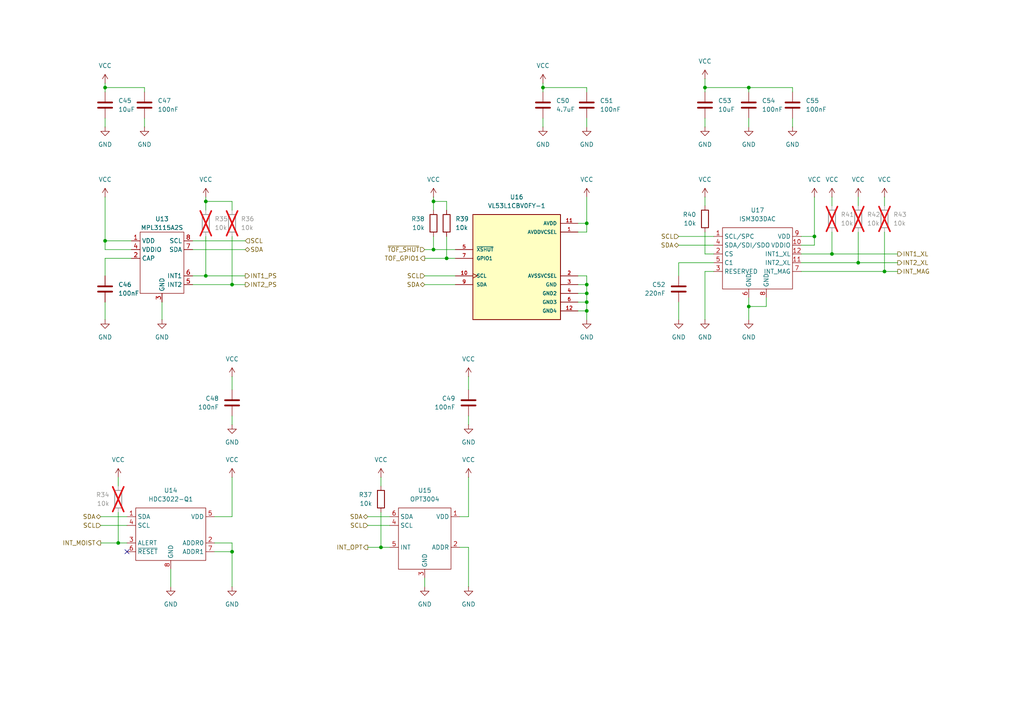
<source format=kicad_sch>
(kicad_sch (version 20231120) (generator "eeschema") (generator_version "8.0")
  (paper "A4")
  (title_block (title "CircuIT Card") (date "2024-05-21") (rev "01") (company "TuX's Design"))
  (lib_symbols
    (symbol "Device:C" (pin_numbers hide) (pin_names (offset 0.254))
      (property "Reference" "C" (at 0.635 2.54 0))
      (property "Value" "C" (at 0.635 -2.54 0))
      (symbol "C_0_1"
        (polyline (pts (xy -2.032 -0.762) (xy 2.032 -0.762)) (stroke (width 0.508)))
        (polyline (pts (xy -2.032 0.762) (xy 2.032 0.762)) (stroke (width 0.508)))
      )
      (symbol "C_1_1"
        (pin passive line (at 0 3.81 270) (length 2.794) (name "~") (number "1"))
        (pin passive line (at 0 -3.81 90) (length 2.794) (name "~") (number "2"))
      )
    )
    (symbol "Device:R" (pin_numbers hide) (pin_names (offset 0))
      (property "Reference" "R" (at 2.032 0 90))
      (property "Value" "R" (at 0 0 90))
      (symbol "R_0_1"
        (rectangle (start -1.016 -2.54) (end 1.016 2.54) (stroke (width 0.254)))
      )
      (symbol "R_1_1"
        (pin passive line (at 0 3.81 270) (length 1.27) (name "~") (number "1"))
        (pin passive line (at 0 -3.81 90) (length 1.27) (name "~") (number "2"))
      )
    )
    (symbol "myCC:HDC3022-Q1"
      (property "Reference" "U" (at -7.112 16.256 0))
      (property "Value" "HDC3022-Q1" (at 6.604 16.256 0))
      (symbol "HDC3022-Q1_0_0"
        (pin bidirectional line (at -10.16 12.7 0) (length 2.54) (name "SDA") (number "1"))
        (pin output line (at -10.16 5.08 0) (length 2.54) (name "ALERT") (number "3"))
        (pin input line (at -10.16 10.16 0) (length 2.54) (name "SCL") (number "4"))
        (pin power_in line (at 15.24 12.7 180) (length 2.54) (name "VDD") (number "5"))
        (pin input line (at -10.16 2.54 0) (length 2.54) (name "~{RESET}") (number "6"))
        (pin input line (at 15.24 2.54 180) (length 2.54) (name "ADDR1") (number "7"))
        (pin power_in line (at 2.54 -2.54 90) (length 2.54) (name "GND") (number "8"))
      )
      (symbol "HDC3022-Q1_0_1"
        (rectangle (start -7.62 15.24) (end 12.7 0))
      )
      (symbol "HDC3022-Q1_1_0"
        (pin input line (at 15.24 5.08 180) (length 2.54) (name "ADDR0") (number "2"))
      )
    )
    (symbol "myCC:ISM303DAC"
      (property "Reference" "U" (at -9.398 10.668 0))
      (property "Value" "ISM303DAC" (at 4.826 10.668 0))
      (symbol "ISM303DAC_0_0"
        (pin power_in line (at 12.7 3.81 180) (length 2.54) (name "VDDIO") (number "10"))
        (pin output line (at 12.7 -1.27 180) (length 2.54) (name "INT2_XL") (number "11"))
        (pin output line (at 12.7 1.27 180) (length 2.54) (name "INT1_XL") (number "12"))
        (pin input line (at -12.7 1.27 0) (length 2.54) (name "CS") (number "2"))
        (pin unspecified line (at -12.7 -3.81 0) (length 2.54) (name "RESERVED") (number "3"))
        (pin passive line (at -12.7 -1.27 0) (length 2.54) (name "C1") (number "5"))
        (pin power_in line (at -2.54 -11.43 90) (length 2.54) (name "GND") (number "6"))
        (pin output line (at 12.7 -3.81 180) (length 2.54) (name "INT_MAG") (number "7"))
        (pin power_in line (at 2.54 -11.43 90) (length 2.54) (name "GND") (number "8"))
        (pin power_in line (at 12.7 6.35 180) (length 2.54) (name "VDD") (number "9"))
      )
      (symbol "ISM303DAC_0_1"
        (rectangle (start -10.16 8.89) (end 10.16 -8.89))
      )
      (symbol "ISM303DAC_1_0"
        (pin input line (at -12.7 6.35 0) (length 2.54) (name "SCL/SPC") (number "1"))
        (pin bidirectional line (at -12.7 3.81 0) (length 2.54) (name "SDA/SDI/SDO") (number "4"))
      )
    )
    (symbol "myCC:MPL3115A2S"
      (property "Reference" "U" (at 0 10.16 0))
      (property "Value" "MPL3115A2S" (at 6.858 -10.414 0))
      (symbol "MPL3115A2S_0_1"
        (rectangle (start -6.35 8.89) (end 6.35 -8.89))
      )
      (symbol "MPL3115A2S_1_1"
        (pin power_in line (at -8.89 6.35 0) (length 2.54) (name "VDD") (number "1"))
        (pin passive line (at -8.89 1.27 0) (length 2.54) (name "CAP") (number "2"))
        (pin power_in line (at 0 -11.43 90) (length 2.54) (name "GND") (number "3"))
        (pin power_in line (at -8.89 3.81 0) (length 2.54) (name "VDDIO") (number "4"))
        (pin output line (at 8.89 -6.35 180) (length 2.54) (name "INT2") (number "5"))
        (pin output line (at 8.89 -3.81 180) (length 2.54) (name "INT1") (number "6"))
        (pin bidirectional line (at 8.89 3.81 180) (length 2.54) (name "SDA") (number "7"))
        (pin input line (at 8.89 6.35 180) (length 2.54) (name "SCL") (number "8"))
      )
    )
    (symbol "myCC:OPT3004"
      (property "Reference" "U" (at 0 12.7 0))
      (property "Value" "OPT3004" (at 0 10.414 0))
      (symbol "OPT3004_0_0"
        (pin power_in line (at -10.16 6.35 0) (length 2.54) (name "VDD") (number "1"))
        (pin input line (at -10.16 -2.54 0) (length 2.54) (name "ADDR") (number "2"))
        (pin power_in line (at 0 -11.43 90) (length 2.54) (name "GND") (number "3"))
        (pin input line (at 10.16 3.81 180) (length 2.54) (name "SCL") (number "4"))
        (pin output line (at 10.16 -2.54 180) (length 2.54) (name "INT") (number "5"))
        (pin bidirectional line (at 10.16 6.35 180) (length 2.54) (name "SDA") (number "6"))
      )
      (symbol "OPT3004_0_1"
        (rectangle (start -7.62 8.89) (end 7.62 -8.89))
      )
    )
    (symbol "myCC:VL53L1CBV0FY-1" (pin_names (offset 1.016))
      (property "Reference" "U" (at -13.2056 16.0029 0))
      (property "Value" "VL53L1CBV0FY-1" (at -13.0772 -18.7978 0))
      (symbol "VL53L1CBV0FY-1_0_0"
        (rectangle (start -12.7 -15.24) (end 12.7 15.24) (stroke (width 0.254)) (fill (type background)))
        (pin power_in line (at 17.78 10.16 180) (length 5.08) (name "AVDDVCSEL") (number "1"))
        (pin input clock (at -17.78 -2.54 0) (length 5.08) (name "SCL") (number "10"))
        (pin power_in line (at 17.78 12.7 180) (length 5.08) (name "AVDD") (number "11"))
        (pin power_in line (at 17.78 -12.7 180) (length 5.08) (name "GND4") (number "12"))
        (pin power_in line (at 17.78 -2.54 180) (length 5.08) (name "AVSSVCSEL") (number "2"))
        (pin power_in line (at 17.78 -5.08 180) (length 5.08) (name "GND") (number "3"))
        (pin power_in line (at 17.78 -7.62 180) (length 5.08) (name "GND2") (number "4"))
        (pin input line (at -17.78 5.08 0) (length 5.08) (name "~{XSHUT}") (number "5"))
        (pin power_in line (at 17.78 -10.16 180) (length 5.08) (name "GND3") (number "6"))
        (pin output line (at -17.78 2.54 0) (length 5.08) (name "GPIO1") (number "7"))
        (pin bidirectional line (at -17.78 -5.08 0) (length 5.08) (name "SDA") (number "9"))
      )
    )
    (symbol "power:GND" (power) (pin_numbers hide) (pin_names (offset 0) hide)
      (property "Value" "GND" (at 0 -3.81 0))
      (symbol "GND_0_1"
        (polyline (pts (xy 0 0) (xy 0 -1.27) (xy 1.27 -1.27) (xy 0 -2.54) (xy -1.27 -1.27) (xy 0 -1.27)))
      )
      (symbol "GND_1_1"
        (pin power_in line (at 0 0 270) (length 0) (name "~") (number "1"))
      )
    )
    (symbol "power:VCC" (power) (pin_numbers hide) (pin_names (offset 0) hide)
      (property "Value" "VCC" (at 0 3.556 0))
      (symbol "VCC_0_1"
        (polyline (pts (xy -0.762 1.27) (xy 0 2.54)))
        (polyline (pts (xy 0 0) (xy 0 2.54)))
        (polyline (pts (xy 0 2.54) (xy 0.762 1.27)))
      )
      (symbol "VCC_1_1"
        (pin power_in line (at 0 0 90) (length 0) (name "~") (number "1"))
      )
    )
  )
  (junction (at 241.3 73.66))
  (junction (at 170.18 85.09))
  (junction (at 204.47 25.4))
  (junction (at 125.73 72.39))
  (junction (at 34.29 157.48))
  (junction (at 59.69 80.01))
  (junction (at 170.18 90.17))
  (junction (at 67.31 82.55))
  (junction (at 30.48 25.4))
  (junction (at 30.48 69.85))
  (junction (at 125.73 58.42))
  (junction (at 67.31 160.02))
  (junction (at 170.18 64.77))
  (junction (at 157.48 25.4))
  (junction (at 110.49 158.75))
  (junction (at 217.17 25.4))
  (junction (at 236.22 68.58))
  (junction (at 170.18 82.55))
  (junction (at 170.18 87.63))
  (junction (at 129.54 74.93))
  (junction (at 217.17 88.9))
  (junction (at 256.54 78.74))
  (junction (at 248.92 76.2))
  (junction (at 59.69 58.42))
  (no_connect (at 36.83 160.02))
  (wire (pts (xy 46.99 87.63) (xy 46.99 92.71)))
  (wire (pts (xy 167.64 80.01) (xy 170.18 80.01)))
  (wire (pts (xy 110.49 158.75) (xy 113.03 158.75)))
  (wire (pts (xy 129.54 68.58) (xy 129.54 74.93)))
  (wire (pts (xy 123.19 74.93) (xy 129.54 74.93)))
  (wire (pts (xy 207.01 73.66) (xy 204.47 73.66)))
  (wire (pts (xy 167.64 82.55) (xy 170.18 82.55)))
  (wire (pts (xy 106.68 152.4) (xy 113.03 152.4)))
  (wire (pts (xy 59.69 57.15) (xy 59.69 58.42)))
  (wire (pts (xy 204.47 25.4) (xy 204.47 22.86)))
  (wire (pts (xy 30.48 74.93) (xy 30.48 80.01)))
  (wire (pts (xy 217.17 25.4) (xy 229.87 25.4)))
  (wire (pts (xy 34.29 157.48) (xy 29.21 157.48)))
  (wire (pts (xy 256.54 67.31) (xy 256.54 78.74)))
  (wire (pts (xy 29.21 152.4) (xy 36.83 152.4)))
  (wire (pts (xy 125.73 58.42) (xy 129.54 58.42)))
  (wire (pts (xy 55.88 80.01) (xy 59.69 80.01)))
  (wire (pts (xy 55.88 82.55) (xy 67.31 82.55)))
  (wire (pts (xy 67.31 68.58) (xy 67.31 82.55)))
  (wire (pts (xy 30.48 87.63) (xy 30.48 92.71)))
  (wire (pts (xy 167.64 87.63) (xy 170.18 87.63)))
  (wire (pts (xy 204.47 78.74) (xy 204.47 92.71)))
  (wire (pts (xy 217.17 86.36) (xy 217.17 88.9)))
  (wire (pts (xy 167.64 90.17) (xy 170.18 90.17)))
  (wire (pts (xy 207.01 78.74) (xy 204.47 78.74)))
  (wire (pts (xy 30.48 25.4) (xy 30.48 26.67)))
  (wire (pts (xy 41.91 25.4) (xy 41.91 26.67)))
  (wire (pts (xy 62.23 157.48) (xy 67.31 157.48)))
  (wire (pts (xy 34.29 138.43) (xy 34.29 140.97)))
  (wire (pts (xy 196.85 71.12) (xy 207.01 71.12)))
  (wire (pts (xy 217.17 26.67) (xy 217.17 25.4)))
  (wire (pts (xy 135.89 158.75) (xy 135.89 170.18)))
  (wire (pts (xy 67.31 160.02) (xy 67.31 170.18)))
  (wire (pts (xy 248.92 76.2) (xy 260.35 76.2)))
  (wire (pts (xy 241.3 57.15) (xy 241.3 59.69)))
  (wire (pts (xy 59.69 80.01) (xy 71.12 80.01)))
  (wire (pts (xy 196.85 68.58) (xy 207.01 68.58)))
  (wire (pts (xy 204.47 57.15) (xy 204.47 59.69)))
  (wire (pts (xy 170.18 90.17) (xy 170.18 92.71)))
  (wire (pts (xy 67.31 120.65) (xy 67.31 123.19)))
  (wire (pts (xy 170.18 57.15) (xy 170.18 64.77)))
  (wire (pts (xy 217.17 88.9) (xy 217.17 92.71)))
  (wire (pts (xy 123.19 82.55) (xy 132.08 82.55)))
  (wire (pts (xy 167.64 67.31) (xy 170.18 67.31)))
  (wire (pts (xy 229.87 34.29) (xy 229.87 36.83)))
  (wire (pts (xy 135.89 138.43) (xy 135.89 149.86)))
  (wire (pts (xy 241.3 67.31) (xy 241.3 73.66)))
  (wire (pts (xy 135.89 109.22) (xy 135.89 113.03)))
  (wire (pts (xy 67.31 160.02) (xy 62.23 160.02)))
  (wire (pts (xy 236.22 68.58) (xy 236.22 71.12)))
  (wire (pts (xy 170.18 85.09) (xy 170.18 87.63)))
  (wire (pts (xy 217.17 34.29) (xy 217.17 36.83)))
  (wire (pts (xy 170.18 82.55) (xy 170.18 85.09)))
  (wire (pts (xy 232.41 71.12) (xy 236.22 71.12)))
  (wire (pts (xy 157.48 25.4) (xy 170.18 25.4)))
  (wire (pts (xy 204.47 26.67) (xy 204.47 25.4)))
  (wire (pts (xy 170.18 67.31) (xy 170.18 64.77)))
  (wire (pts (xy 248.92 67.31) (xy 248.92 76.2)))
  (wire (pts (xy 229.87 25.4) (xy 229.87 26.67)))
  (wire (pts (xy 49.53 165.1) (xy 49.53 170.18)))
  (wire (pts (xy 196.85 76.2) (xy 196.85 80.01)))
  (wire (pts (xy 129.54 74.93) (xy 132.08 74.93)))
  (wire (pts (xy 55.88 69.85) (xy 71.12 69.85)))
  (wire (pts (xy 59.69 58.42) (xy 59.69 60.96)))
  (wire (pts (xy 55.88 72.39) (xy 71.12 72.39)))
  (wire (pts (xy 204.47 34.29) (xy 204.47 36.83)))
  (wire (pts (xy 125.73 57.15) (xy 125.73 58.42)))
  (wire (pts (xy 170.18 25.4) (xy 170.18 26.67)))
  (wire (pts (xy 248.92 57.15) (xy 248.92 59.69)))
  (wire (pts (xy 125.73 58.42) (xy 125.73 60.96)))
  (wire (pts (xy 30.48 57.15) (xy 30.48 69.85)))
  (wire (pts (xy 222.25 88.9) (xy 217.17 88.9)))
  (wire (pts (xy 41.91 34.29) (xy 41.91 36.83)))
  (wire (pts (xy 67.31 82.55) (xy 71.12 82.55)))
  (wire (pts (xy 110.49 138.43) (xy 110.49 140.97)))
  (wire (pts (xy 207.01 76.2) (xy 196.85 76.2)))
  (wire (pts (xy 123.19 72.39) (xy 125.73 72.39)))
  (wire (pts (xy 170.18 80.01) (xy 170.18 82.55)))
  (wire (pts (xy 125.73 68.58) (xy 125.73 72.39)))
  (wire (pts (xy 241.3 73.66) (xy 260.35 73.66)))
  (wire (pts (xy 67.31 157.48) (xy 67.31 160.02)))
  (wire (pts (xy 30.48 34.29) (xy 30.48 36.83)))
  (wire (pts (xy 232.41 78.74) (xy 256.54 78.74)))
  (wire (pts (xy 110.49 148.59) (xy 110.49 158.75)))
  (wire (pts (xy 67.31 109.22) (xy 67.31 113.03)))
  (wire (pts (xy 232.41 76.2) (xy 248.92 76.2)))
  (wire (pts (xy 34.29 148.59) (xy 34.29 157.48)))
  (wire (pts (xy 133.35 158.75) (xy 135.89 158.75)))
  (wire (pts (xy 157.48 24.13) (xy 157.48 25.4)))
  (wire (pts (xy 204.47 67.31) (xy 204.47 73.66)))
  (wire (pts (xy 123.19 167.64) (xy 123.19 170.18)))
  (wire (pts (xy 30.48 25.4) (xy 41.91 25.4)))
  (wire (pts (xy 30.48 69.85) (xy 38.1 69.85)))
  (wire (pts (xy 106.68 149.86) (xy 113.03 149.86)))
  (wire (pts (xy 62.23 149.86) (xy 67.31 149.86)))
  (wire (pts (xy 133.35 149.86) (xy 135.89 149.86)))
  (wire (pts (xy 196.85 87.63) (xy 196.85 92.71)))
  (wire (pts (xy 256.54 78.74) (xy 260.35 78.74)))
  (wire (pts (xy 30.48 72.39) (xy 38.1 72.39)))
  (wire (pts (xy 67.31 138.43) (xy 67.31 149.86)))
  (wire (pts (xy 125.73 72.39) (xy 132.08 72.39)))
  (wire (pts (xy 157.48 25.4) (xy 157.48 26.67)))
  (wire (pts (xy 30.48 24.13) (xy 30.48 25.4)))
  (wire (pts (xy 157.48 34.29) (xy 157.48 36.83)))
  (wire (pts (xy 129.54 58.42) (xy 129.54 60.96)))
  (wire (pts (xy 38.1 74.93) (xy 30.48 74.93)))
  (wire (pts (xy 123.19 80.01) (xy 132.08 80.01)))
  (wire (pts (xy 30.48 69.85) (xy 30.48 72.39)))
  (wire (pts (xy 204.47 25.4) (xy 217.17 25.4)))
  (wire (pts (xy 67.31 58.42) (xy 67.31 60.96)))
  (wire (pts (xy 167.64 85.09) (xy 170.18 85.09)))
  (wire (pts (xy 170.18 34.29) (xy 170.18 36.83)))
  (wire (pts (xy 110.49 158.75) (xy 106.68 158.75)))
  (wire (pts (xy 236.22 57.15) (xy 236.22 68.58)))
  (wire (pts (xy 232.41 68.58) (xy 236.22 68.58)))
  (wire (pts (xy 256.54 57.15) (xy 256.54 59.69)))
  (wire (pts (xy 59.69 68.58) (xy 59.69 80.01)))
  (wire (pts (xy 135.89 120.65) (xy 135.89 123.19)))
  (wire (pts (xy 170.18 64.77) (xy 167.64 64.77)))
  (wire (pts (xy 222.25 86.36) (xy 222.25 88.9)))
  (wire (pts (xy 59.69 58.42) (xy 67.31 58.42)))
  (wire (pts (xy 36.83 157.48) (xy 34.29 157.48)))
  (wire (pts (xy 29.21 149.86) (xy 36.83 149.86)))
  (wire (pts (xy 170.18 87.63) (xy 170.18 90.17)))
  (wire (pts (xy 232.41 73.66) (xy 241.3 73.66)))
  (hierarchical_label "INT1_PS" (shape output) (at 71.12 80.01 0))
  (hierarchical_label "SCL" (shape input) (at 123.19 80.01 180))
  (hierarchical_label "~{TOF_SHUT}" (shape input) (at 123.19 72.39 180))
  (hierarchical_label "INT2_XL" (shape output) (at 260.35 76.2 0))
  (hierarchical_label "SDA" (shape bidirectional) (at 29.21 149.86 180))
  (hierarchical_label "SCL" (shape input) (at 29.21 152.4 180))
  (hierarchical_label "SCL" (shape input) (at 71.12 69.85 0))
  (hierarchical_label "INT2_PS" (shape output) (at 71.12 82.55 0))
  (hierarchical_label "INT1_XL" (shape output) (at 260.35 73.66 0))
  (hierarchical_label "INT_MOIST" (shape output) (at 29.21 157.48 180))
  (hierarchical_label "INT_MAG" (shape output) (at 260.35 78.74 0))
  (hierarchical_label "SCL" (shape input) (at 196.85 68.58 180))
  (hierarchical_label "SDA" (shape bidirectional) (at 106.68 149.86 180))
  (hierarchical_label "INT_OPT" (shape output) (at 106.68 158.75 180))
  (hierarchical_label "SDA" (shape bidirectional) (at 71.12 72.39 0))
  (hierarchical_label "TOF_GPIO1" (shape output) (at 123.19 74.93 180))
  (hierarchical_label "SDA" (shape bidirectional) (at 196.85 71.12 180))
  (hierarchical_label "SDA" (shape bidirectional) (at 123.19 82.55 180))
  (hierarchical_label "SCL" (shape input) (at 106.68 152.4 180))
  (symbol (lib_id "Device:R") (at 125.73 64.77 0) (unit 1)
    (property "Reference" "R38" (at 123.19 63.4999 0) (effects (justify right)))
    (property "Value" "10k" (at 123.19 66.0399 0) (effects (justify right)))
    (property "Footprint" "Resistor_SMD:R_0603_1608Metric" (effects (hide yes)))
    (property "Description" "Resistor" (effects (hide yes)))
  )
  (symbol (lib_id "power:GND") (at 217.17 92.71 0) (unit 1)
    (property "Reference" "#PWR0157" (effects (hide yes)))
    (property "Value" "GND" (at 217.17 97.79 0))
    (property "Description" "Power symbol creates a global label with name \"GND\" , ground" (effects (hide yes)))
  )
  (symbol (lib_id "power:VCC") (at 248.92 57.15 0) (unit 1)
    (property "Reference" "#PWR0161" (effects (hide yes)))
    (property "Value" "VCC" (at 248.92 52.07 0))
    (property "Description" "Power symbol creates a global label with name \"VCC\"" (effects (hide yes)))
  )
  (symbol (lib_id "power:GND") (at 135.89 123.19 0) (mirror y) (unit 1)
    (property "Reference" "#PWR0143" (effects (hide yes)))
    (property "Value" "GND" (at 135.89 128.27 0))
    (property "Description" "Power symbol creates a global label with name \"GND\" , ground" (effects (hide yes)))
  )
  (symbol (lib_id "myCC:VL53L1CBV0FY-1") (at 149.86 77.47 0) (unit 1)
    (property "Reference" "U16" (at 149.86 57.15 0))
    (property "Value" "VL53L1CBV0FY-1" (at 149.86 59.69 0))
    (property "Footprint" "VL53L1CBV0FY-1:XDCR_VL53L1CBV0FY-1" (effects (hide yes)))
  )
  (symbol (lib_id "power:GND") (at 229.87 36.83 0) (unit 1)
    (property "Reference" "#PWR0158" (effects (hide yes)))
    (property "Value" "GND" (at 229.87 41.91 0))
    (property "Description" "Power symbol creates a global label with name \"GND\" , ground" (effects (hide yes)))
  )
  (symbol (lib_id "Device:C") (at 204.47 30.48 0) (unit 1)
    (property "Reference" "C53" (at 208.28 29.2099 0) (effects (justify left)))
    (property "Value" "10uF" (at 208.28 31.7499 0) (effects (justify left)))
    (property "Footprint" "Capacitor_SMD:C_0805_2012Metric" (effects (hide yes)))
    (property "Datasheet" "Capacitor_SMD:C_0603_1608Metric" (effects (hide yes)))
    (property "Description" "Unpolarized capacitor" (effects (hide yes)))
  )
  (symbol (lib_id "Device:R") (at 59.69 64.77 0) (unit 1) (dnp yes)
    (property "Reference" "R35" (at 62.23 63.4999 0) (effects (justify left)))
    (property "Value" "10k" (at 62.23 66.0399 0) (effects (justify left)))
    (property "Footprint" "Resistor_SMD:R_0603_1608Metric" (effects (hide yes)))
    (property "Description" "Resistor" (effects (hide yes)))
  )
  (symbol (lib_id "power:GND") (at 217.17 36.83 0) (unit 1)
    (property "Reference" "#PWR0156" (effects (hide yes)))
    (property "Value" "GND" (at 217.17 41.91 0))
    (property "Description" "Power symbol creates a global label with name \"GND\" , ground" (effects (hide yes)))
  )
  (symbol (lib_id "Device:R") (at 256.54 63.5 0) (unit 1) (dnp yes)
    (property "Reference" "R43" (at 259.08 62.2299 0) (effects (justify left)))
    (property "Value" "10k" (at 259.08 64.7699 0) (effects (justify left)))
    (property "Footprint" "Resistor_SMD:R_0603_1608Metric" (effects (hide yes)))
    (property "Description" "Resistor" (effects (hide yes)))
  )
  (symbol (lib_id "power:GND") (at 49.53 170.18 0) (mirror y) (unit 1)
    (property "Reference" "#PWR0133" (effects (hide yes)))
    (property "Value" "GND" (at 49.53 175.26 0))
    (property "Description" "Power symbol creates a global label with name \"GND\" , ground" (effects (hide yes)))
  )
  (symbol (lib_id "myCC:ISM303DAC") (at 219.71 74.93 0) (unit 1)
    (property "Reference" "U17" (at 219.71 60.96 0))
    (property "Value" "ISM303DAC" (at 219.71 63.5 0))
    (property "Footprint" "Package_LGA:LGA-12_2x2mm_P0.5mm" (effects (hide yes)))
  )
  (symbol (lib_id "power:VCC") (at 67.31 138.43 0) (unit 1)
    (property "Reference" "#PWR0137" (effects (hide yes)))
    (property "Value" "VCC" (at 67.31 133.35 0))
    (property "Description" "Power symbol creates a global label with name \"VCC\"" (effects (hide yes)))
  )
  (symbol (lib_id "Device:C") (at 135.89 116.84 0) (mirror y) (unit 1)
    (property "Reference" "C49" (at 132.08 115.5699 0) (effects (justify left)))
    (property "Value" "100nF" (at 132.08 118.1099 0) (effects (justify left)))
    (property "Footprint" "Capacitor_SMD:C_0603_1608Metric" (effects (hide yes)))
    (property "Datasheet" "Capacitor_SMD:C_0603_1608Metric" (effects (hide yes)))
    (property "Description" "Unpolarized capacitor" (effects (hide yes)))
  )
  (symbol (lib_id "power:GND") (at 170.18 36.83 0) (unit 1)
    (property "Reference" "#PWR0148" (effects (hide yes)))
    (property "Value" "GND" (at 170.18 41.91 0))
    (property "Description" "Power symbol creates a global label with name \"GND\" , ground" (effects (hide yes)))
  )
  (symbol (lib_id "Device:R") (at 34.29 144.78 0) (mirror y) (unit 1) (dnp yes)
    (property "Reference" "R34" (at 31.75 143.5099 0) (effects (justify left)))
    (property "Value" "10k" (at 31.75 146.0499 0) (effects (justify left)))
    (property "Footprint" "Resistor_SMD:R_0603_1608Metric" (effects (hide yes)))
    (property "Description" "Resistor" (effects (hide yes)))
  )
  (symbol (lib_id "power:VCC") (at 204.47 22.86 0) (unit 1)
    (property "Reference" "#PWR0152" (effects (hide yes)))
    (property "Value" "VCC" (at 204.47 17.78 0))
    (property "Description" "Power symbol creates a global label with name \"VCC\"" (effects (hide yes)))
  )
  (symbol (lib_id "Device:C") (at 67.31 116.84 0) (mirror y) (unit 1)
    (property "Reference" "C48" (at 63.5 115.5699 0) (effects (justify left)))
    (property "Value" "100nF" (at 63.5 118.1099 0) (effects (justify left)))
    (property "Footprint" "Capacitor_SMD:C_0603_1608Metric" (effects (hide yes)))
    (property "Datasheet" "Capacitor_SMD:C_0603_1608Metric" (effects (hide yes)))
    (property "Description" "Unpolarized capacitor" (effects (hide yes)))
  )
  (symbol (lib_id "power:VCC") (at 30.48 24.13 0) (unit 1)
    (property "Reference" "#PWR0126" (effects (hide yes)))
    (property "Value" "VCC" (at 30.48 19.05 0))
    (property "Description" "Power symbol creates a global label with name \"VCC\"" (effects (hide yes)))
  )
  (symbol (lib_id "power:GND") (at 67.31 170.18 0) (mirror y) (unit 1)
    (property "Reference" "#PWR0138" (effects (hide yes)))
    (property "Value" "GND" (at 67.31 175.26 0))
    (property "Description" "Power symbol creates a global label with name \"GND\" , ground" (effects (hide yes)))
  )
  (symbol (lib_id "power:GND") (at 204.47 36.83 0) (unit 1)
    (property "Reference" "#PWR0153" (effects (hide yes)))
    (property "Value" "GND" (at 204.47 41.91 0))
    (property "Description" "Power symbol creates a global label with name \"GND\" , ground" (effects (hide yes)))
  )
  (symbol (lib_id "power:GND") (at 135.89 170.18 0) (mirror y) (unit 1)
    (property "Reference" "#PWR0145" (effects (hide yes)))
    (property "Value" "GND" (at 135.89 175.26 0))
    (property "Description" "Power symbol creates a global label with name \"GND\" , ground" (effects (hide yes)))
  )
  (symbol (lib_id "power:GND") (at 204.47 92.71 0) (unit 1)
    (property "Reference" "#PWR0155" (effects (hide yes)))
    (property "Value" "GND" (at 204.47 97.79 0))
    (property "Description" "Power symbol creates a global label with name \"GND\" , ground" (effects (hide yes)))
  )
  (symbol (lib_id "Device:C") (at 170.18 30.48 0) (unit 1)
    (property "Reference" "C51" (at 173.99 29.2099 0) (effects (justify left)))
    (property "Value" "100nF" (at 173.99 31.7499 0) (effects (justify left)))
    (property "Footprint" "Capacitor_SMD:C_0603_1608Metric" (effects (hide yes)))
    (property "Datasheet" "Capacitor_SMD:C_0603_1608Metric" (effects (hide yes)))
    (property "Description" "Unpolarized capacitor" (effects (hide yes)))
  )
  (symbol (lib_id "Device:C") (at 30.48 30.48 0) (unit 1)
    (property "Reference" "C45" (at 34.29 29.2099 0) (effects (justify left)))
    (property "Value" "10uF" (at 34.29 31.7499 0) (effects (justify left)))
    (property "Footprint" "Capacitor_SMD:C_0805_2012Metric" (effects (hide yes)))
    (property "Description" "Unpolarized capacitor" (effects (hide yes)))
  )
  (symbol (lib_id "Device:R") (at 241.3 63.5 0) (unit 1) (dnp yes)
    (property "Reference" "R41" (at 243.84 62.2299 0) (effects (justify left)))
    (property "Value" "10k" (at 243.84 64.7699 0) (effects (justify left)))
    (property "Footprint" "Resistor_SMD:R_0603_1608Metric" (effects (hide yes)))
    (property "Description" "Resistor" (effects (hide yes)))
  )
  (symbol (lib_id "power:VCC") (at 236.22 57.15 0) (unit 1)
    (property "Reference" "#PWR0159" (effects (hide yes)))
    (property "Value" "VCC" (at 236.22 52.07 0))
    (property "Description" "Power symbol creates a global label with name \"VCC\"" (effects (hide yes)))
  )
  (symbol (lib_id "power:GND") (at 123.19 170.18 0) (mirror y) (unit 1)
    (property "Reference" "#PWR0140" (effects (hide yes)))
    (property "Value" "GND" (at 123.19 175.26 0))
    (property "Description" "Power symbol creates a global label with name \"GND\" , ground" (effects (hide yes)))
  )
  (symbol (lib_id "myCC:MPL3115A2S") (at 46.99 76.2 0) (unit 1)
    (property "Reference" "U13" (at 46.99 63.5 0))
    (property "Value" "MPL3115A2S" (at 46.99 66.04 0))
    (property "Footprint" "Package_LGA:LGA-8_3x5mm_P1.25mm" (effects (hide yes)))
  )
  (symbol (lib_id "power:VCC") (at 125.73 57.15 0) (unit 1)
    (property "Reference" "#PWR0141" (effects (hide yes)))
    (property "Value" "VCC" (at 125.73 52.07 0))
    (property "Description" "Power symbol creates a global label with name \"VCC\"" (effects (hide yes)))
  )
  (symbol (lib_id "power:VCC") (at 135.89 138.43 0) (mirror y) (unit 1)
    (property "Reference" "#PWR0144" (effects (hide yes)))
    (property "Value" "VCC" (at 135.89 133.35 0))
    (property "Description" "Power symbol creates a global label with name \"VCC\"" (effects (hide yes)))
  )
  (symbol (lib_id "Device:R") (at 129.54 64.77 0) (unit 1)
    (property "Reference" "R39" (at 132.08 63.4999 0) (effects (justify left)))
    (property "Value" "10k" (at 132.08 66.0399 0) (effects (justify left)))
    (property "Footprint" "Resistor_SMD:R_0603_1608Metric" (effects (hide yes)))
    (property "Description" "Resistor" (effects (hide yes)))
  )
  (symbol (lib_id "power:VCC") (at 34.29 138.43 0) (mirror y) (unit 1)
    (property "Reference" "#PWR0130" (effects (hide yes)))
    (property "Value" "VCC" (at 34.29 133.35 0))
    (property "Description" "Power symbol creates a global label with name \"VCC\"" (effects (hide yes)))
  )
  (symbol (lib_id "Device:C") (at 217.17 30.48 0) (unit 1)
    (property "Reference" "C54" (at 220.98 29.2099 0) (effects (justify left)))
    (property "Value" "100nF" (at 220.98 31.7499 0) (effects (justify left)))
    (property "Footprint" "Capacitor_SMD:C_0603_1608Metric" (effects (hide yes)))
    (property "Datasheet" "Capacitor_SMD:C_0603_1608Metric" (effects (hide yes)))
    (property "Description" "Unpolarized capacitor" (effects (hide yes)))
  )
  (symbol (lib_id "Device:C") (at 157.48 30.48 0) (unit 1)
    (property "Reference" "C50" (at 161.29 29.2099 0) (effects (justify left)))
    (property "Value" "4.7uF" (at 161.29 31.7499 0) (effects (justify left)))
    (property "Footprint" "Capacitor_SMD:C_0805_2012Metric" (effects (hide yes)))
    (property "Description" "Unpolarized capacitor" (effects (hide yes)))
  )
  (symbol (lib_id "power:GND") (at 41.91 36.83 0) (unit 1)
    (property "Reference" "#PWR0131" (effects (hide yes)))
    (property "Value" "GND" (at 41.91 41.91 0))
    (property "Description" "Power symbol creates a global label with name \"GND\" , ground" (effects (hide yes)))
  )
  (symbol (lib_id "Device:C") (at 41.91 30.48 0) (unit 1)
    (property "Reference" "C47" (at 45.72 29.2099 0) (effects (justify left)))
    (property "Value" "100nF" (at 45.72 31.7499 0) (effects (justify left)))
    (property "Footprint" "Capacitor_SMD:C_0603_1608Metric" (effects (hide yes)))
    (property "Datasheet" "Capacitor_SMD:C_0603_1608Metric" (effects (hide yes)))
    (property "Description" "Unpolarized capacitor" (effects (hide yes)))
  )
  (symbol (lib_id "Device:C") (at 229.87 30.48 0) (unit 1)
    (property "Reference" "C55" (at 233.68 29.2099 0) (effects (justify left)))
    (property "Value" "100nF" (at 233.68 31.7499 0) (effects (justify left)))
    (property "Footprint" "Capacitor_SMD:C_0603_1608Metric" (effects (hide yes)))
    (property "Datasheet" "Capacitor_SMD:C_0603_1608Metric" (effects (hide yes)))
    (property "Description" "Unpolarized capacitor" (effects (hide yes)))
  )
  (symbol (lib_id "power:GND") (at 170.18 92.71 0) (unit 1)
    (property "Reference" "#PWR0150" (effects (hide yes)))
    (property "Value" "GND" (at 170.18 97.79 0))
    (property "Description" "Power symbol creates a global label with name \"GND\" , ground" (effects (hide yes)))
  )
  (symbol (lib_id "power:GND") (at 196.85 92.71 0) (unit 1)
    (property "Reference" "#PWR0151" (effects (hide yes)))
    (property "Value" "GND" (at 196.85 97.79 0))
    (property "Description" "Power symbol creates a global label with name \"GND\" , ground" (effects (hide yes)))
  )
  (symbol (lib_id "power:GND") (at 157.48 36.83 0) (unit 1)
    (property "Reference" "#PWR0147" (effects (hide yes)))
    (property "Value" "GND" (at 157.48 41.91 0))
    (property "Description" "Power symbol creates a global label with name \"GND\" , ground" (effects (hide yes)))
  )
  (symbol (lib_id "power:VCC") (at 30.48 57.15 0) (unit 1)
    (property "Reference" "#PWR0128" (effects (hide yes)))
    (property "Value" "VCC" (at 30.48 52.07 0))
    (property "Description" "Power symbol creates a global label with name \"VCC\"" (effects (hide yes)))
  )
  (symbol (lib_id "myCC:HDC3022-Q1") (at 46.99 162.56 0) (unit 1)
    (property "Reference" "U14" (at 49.53 142.24 0))
    (property "Value" "HDC3022-Q1" (at 49.53 144.78 0))
    (property "Footprint" "Package_SON:WSON-8-1EP_2x2mm_P0.5mm_EP0.9x1.6mm" (effects (hide yes)))
  )
  (symbol (lib_id "power:VCC") (at 241.3 57.15 0) (unit 1)
    (property "Reference" "#PWR0160" (effects (hide yes)))
    (property "Value" "VCC" (at 241.3 52.07 0))
    (property "Description" "Power symbol creates a global label with name \"VCC\"" (effects (hide yes)))
  )
  (symbol (lib_id "Device:R") (at 248.92 63.5 0) (unit 1) (dnp yes)
    (property "Reference" "R42" (at 251.46 62.2299 0) (effects (justify left)))
    (property "Value" "10k" (at 251.46 64.7699 0) (effects (justify left)))
    (property "Footprint" "Resistor_SMD:R_0603_1608Metric" (effects (hide yes)))
    (property "Description" "Resistor" (effects (hide yes)))
  )
  (symbol (lib_id "Device:C") (at 196.85 83.82 0) (unit 1)
    (property "Reference" "C52" (at 193.04 82.5499 0) (effects (justify right)))
    (property "Value" "220nF" (at 193.04 85.0899 0) (effects (justify right)))
    (property "Footprint" "Capacitor_SMD:C_0603_1608Metric" (effects (hide yes)))
    (property "Datasheet" "Capacitor_SMD:C_0603_1608Metric" (effects (hide yes)))
    (property "Description" "Unpolarized capacitor" (effects (hide yes)))
  )
  (symbol (lib_id "power:VCC") (at 110.49 138.43 0) (mirror y) (unit 1)
    (property "Reference" "#PWR0139" (effects (hide yes)))
    (property "Value" "VCC" (at 110.49 133.35 0))
    (property "Description" "Power symbol creates a global label with name \"VCC\"" (effects (hide yes)))
  )
  (symbol (lib_id "Device:C") (at 30.48 83.82 0) (unit 1)
    (property "Reference" "C46" (at 34.29 82.5499 0) (effects (justify left)))
    (property "Value" "100nF" (at 34.29 85.0899 0) (effects (justify left)))
    (property "Footprint" "Capacitor_SMD:C_0603_1608Metric" (effects (hide yes)))
    (property "Datasheet" "Capacitor_SMD:C_0603_1608Metric" (effects (hide yes)))
    (property "Description" "Unpolarized capacitor" (effects (hide yes)))
  )
  (symbol (lib_id "Device:R") (at 67.31 64.77 0) (unit 1) (dnp yes)
    (property "Reference" "R36" (at 69.85 63.4999 0) (effects (justify left)))
    (property "Value" "10k" (at 69.85 66.0399 0) (effects (justify left)))
    (property "Footprint" "Resistor_SMD:R_0603_1608Metric" (effects (hide yes)))
    (property "Description" "Resistor" (effects (hide yes)))
  )
  (symbol (lib_id "power:VCC") (at 157.48 24.13 0) (unit 1)
    (property "Reference" "#PWR0146" (effects (hide yes)))
    (property "Value" "VCC" (at 157.48 19.05 0))
    (property "Description" "Power symbol creates a global label with name \"VCC\"" (effects (hide yes)))
  )
  (symbol (lib_id "power:GND") (at 46.99 92.71 0) (unit 1)
    (property "Reference" "#PWR0132" (effects (hide yes)))
    (property "Value" "GND" (at 46.99 97.79 0))
    (property "Description" "Power symbol creates a global label with name \"GND\" , ground" (effects (hide yes)))
  )
  (symbol (lib_id "power:VCC") (at 170.18 57.15 0) (unit 1)
    (property "Reference" "#PWR0149" (effects (hide yes)))
    (property "Value" "VCC" (at 170.18 52.07 0))
    (property "Description" "Power symbol creates a global label with name \"VCC\"" (effects (hide yes)))
  )
  (symbol (lib_id "myCC:OPT3004") (at 123.19 156.21 0) (mirror y) (unit 1)
    (property "Reference" "U15" (at 123.19 142.24 0))
    (property "Value" "OPT3004" (at 123.19 144.78 0))
    (property "Footprint" "Package_SON:Texas_USON-6_1x1.45mm_P0.5mm_SMD" (effects (hide yes)))
  )
  (symbol (lib_id "power:VCC") (at 135.89 109.22 0) (mirror y) (unit 1)
    (property "Reference" "#PWR0142" (effects (hide yes)))
    (property "Value" "VCC" (at 135.89 104.14 0))
    (property "Description" "Power symbol creates a global label with name \"VCC\"" (effects (hide yes)))
  )
  (symbol (lib_id "power:VCC") (at 59.69 57.15 0) (unit 1)
    (property "Reference" "#PWR0134" (effects (hide yes)))
    (property "Value" "VCC" (at 59.69 52.07 0))
    (property "Description" "Power symbol creates a global label with name \"VCC\"" (effects (hide yes)))
  )
  (symbol (lib_id "power:GND") (at 67.31 123.19 0) (mirror y) (unit 1)
    (property "Reference" "#PWR0136" (effects (hide yes)))
    (property "Value" "GND" (at 67.31 128.27 0))
    (property "Description" "Power symbol creates a global label with name \"GND\" , ground" (effects (hide yes)))
  )
  (symbol (lib_id "power:VCC") (at 256.54 57.15 0) (unit 1)
    (property "Reference" "#PWR0162" (effects (hide yes)))
    (property "Value" "VCC" (at 256.54 52.07 0))
    (property "Description" "Power symbol creates a global label with name \"VCC\"" (effects (hide yes)))
  )
  (symbol (lib_id "power:VCC") (at 204.47 57.15 0) (unit 1)
    (property "Reference" "#PWR0154" (effects (hide yes)))
    (property "Value" "VCC" (at 204.47 52.07 0))
    (property "Description" "Power symbol creates a global label with name \"VCC\"" (effects (hide yes)))
  )
  (symbol (lib_id "power:VCC") (at 67.31 109.22 0) (mirror y) (unit 1)
    (property "Reference" "#PWR0135" (effects (hide yes)))
    (property "Value" "VCC" (at 67.31 104.14 0))
    (property "Description" "Power symbol creates a global label with name \"VCC\"" (effects (hide yes)))
  )
  (symbol (lib_id "power:GND") (at 30.48 92.71 0) (unit 1)
    (property "Reference" "#PWR0129" (effects (hide yes)))
    (property "Value" "GND" (at 30.48 97.79 0))
    (property "Description" "Power symbol creates a global label with name \"GND\" , ground" (effects (hide yes)))
  )
  (symbol (lib_id "power:GND") (at 30.48 36.83 0) (unit 1)
    (property "Reference" "#PWR0127" (effects (hide yes)))
    (property "Value" "GND" (at 30.48 41.91 0))
    (property "Description" "Power symbol creates a global label with name \"GND\" , ground" (effects (hide yes)))
  )
  (symbol (lib_id "Device:R") (at 110.49 144.78 0) (mirror y) (unit 1)
    (property "Reference" "R37" (at 107.95 143.5099 0) (effects (justify left)))
    (property "Value" "10k" (at 107.95 146.0499 0) (effects (justify left)))
    (property "Footprint" "Resistor_SMD:R_0603_1608Metric" (effects (hide yes)))
    (property "Description" "Resistor" (effects (hide yes)))
  )
  (symbol (lib_id "Device:R") (at 204.47 63.5 0) (unit 1)
    (property "Reference" "R40" (at 201.93 62.2299 0) (effects (justify right)))
    (property "Value" "10k" (at 201.93 64.7699 0) (effects (justify right)))
    (property "Footprint" "Resistor_SMD:R_0603_1608Metric" (effects (hide yes)))
    (property "Description" "Resistor" (effects (hide yes)))
  )
)
</source>
